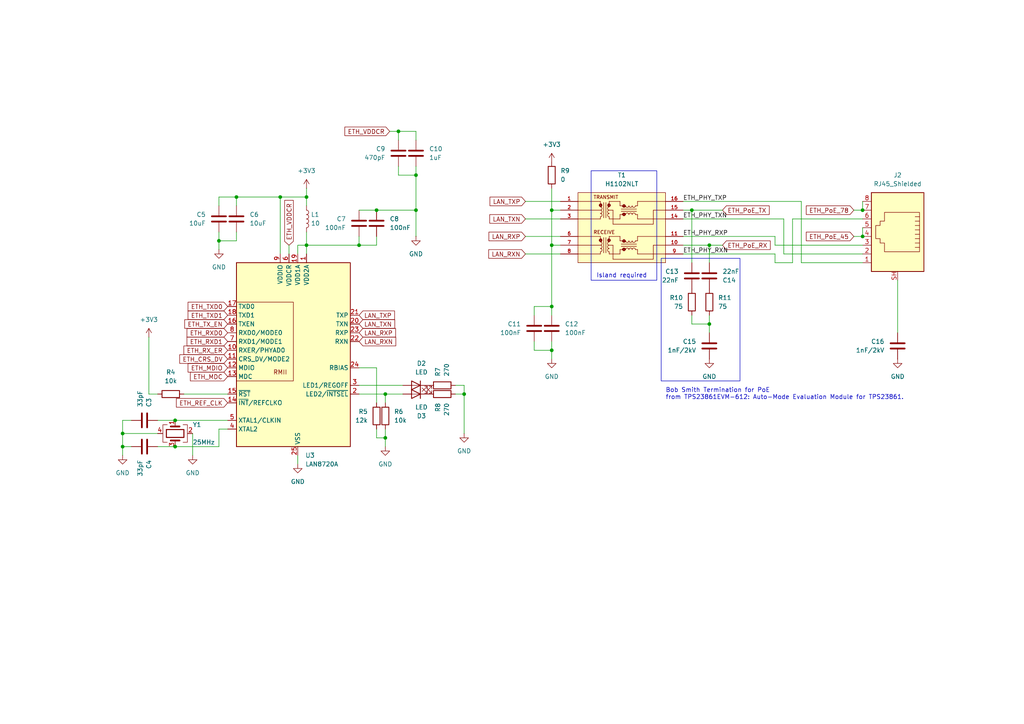
<source format=kicad_sch>
(kicad_sch (version 20231120) (generator "eeschema") (generator_version "8.0")
  (paper "A4")
  (lib_symbols
    (symbol "Connector:RJ45_Shielded" (pin_names (offset 1.016))
      (property "Reference" "J" (at -5.08 13.97 0))
      (property "Value" "RJ45_Shielded" (at 2.54 13.97 0))
      (symbol "RJ45_Shielded_0_1"
        (polyline (pts (xy -5.08 4.445) (xy -6.35 4.445)))
        (polyline (pts (xy -5.08 5.715) (xy -6.35 5.715)))
        (polyline (pts (xy -6.35 -3.175) (xy -5.08 -3.175) (xy -5.08 -3.175)))
        (polyline (pts (xy -6.35 -1.905) (xy -5.08 -1.905) (xy -5.08 -1.905)))
        (polyline (pts (xy -6.35 -0.635) (xy -5.08 -0.635) (xy -5.08 -0.635)))
        (polyline (pts (xy -6.35 0.635) (xy -5.08 0.635) (xy -5.08 0.635)))
        (polyline (pts (xy -6.35 1.905) (xy -5.08 1.905) (xy -5.08 1.905)))
        (polyline (pts (xy -5.08 3.175) (xy -6.35 3.175) (xy -6.35 3.175)))
        (polyline (pts (xy -6.35 -4.445) (xy -6.35 6.985) (xy 3.81 6.985) (xy 3.81 4.445) (xy 5.08 4.445) (xy 5.08 3.175) (xy 6.35 3.175) (xy 6.35 -0.635) (xy 5.08 -0.635) (xy 5.08 -1.905) (xy 3.81 -1.905) (xy 3.81 -4.445) (xy -6.35 -4.445) (xy -6.35 -4.445)))
        (rectangle (start 7.62 12.7) (end -7.62 -10.16) (stroke (width 0.254)) (fill (type background)))
      )
      (symbol "RJ45_Shielded_1_1"
        (pin passive line (at 10.16 -7.62 180) (length 2.54) (name "~") (number "1"))
        (pin passive line (at 10.16 -5.08 180) (length 2.54) (name "~") (number "2"))
        (pin passive line (at 10.16 -2.54 180) (length 2.54) (name "~") (number "3"))
        (pin passive line (at 10.16 0 180) (length 2.54) (name "~") (number "4"))
        (pin passive line (at 10.16 2.54 180) (length 2.54) (name "~") (number "5"))
        (pin passive line (at 10.16 5.08 180) (length 2.54) (name "~") (number "6"))
        (pin passive line (at 10.16 7.62 180) (length 2.54) (name "~") (number "7"))
        (pin passive line (at 10.16 10.16 180) (length 2.54) (name "~") (number "8"))
        (pin passive line (at 0 -12.7 90) (length 2.54) (name "~") (number "SH"))
      )
    )
    (symbol "Device:C" (pin_numbers hide) (pin_names (offset 0.254))
      (property "Reference" "C" (at 0.635 2.54 0))
      (property "Value" "C" (at 0.635 -2.54 0))
      (symbol "C_0_1"
        (polyline (pts (xy -2.032 -0.762) (xy 2.032 -0.762)) (stroke (width 0.508)))
        (polyline (pts (xy -2.032 0.762) (xy 2.032 0.762)) (stroke (width 0.508)))
      )
      (symbol "C_1_1"
        (pin passive line (at 0 3.81 270) (length 2.794) (name "~") (number "1"))
        (pin passive line (at 0 -3.81 90) (length 2.794) (name "~") (number "2"))
      )
    )
    (symbol "Device:Crystal_GND24" (pin_names (offset 1.016) hide)
      (property "Reference" "Y" (at 3.175 5.08 0))
      (property "Value" "Crystal_GND24" (at 3.175 3.175 0))
      (symbol "Crystal_GND24_0_1"
        (rectangle (start -1.143 2.54) (end 1.143 -2.54) (stroke (width 0.3048)))
        (polyline (pts (xy -2.54 0) (xy -2.032 0)))
        (polyline (pts (xy -2.032 -1.27) (xy -2.032 1.27)) (stroke (width 0.508)))
        (polyline (pts (xy 0 -3.81) (xy 0 -3.556)))
        (polyline (pts (xy 0 3.556) (xy 0 3.81)))
        (polyline (pts (xy 2.032 -1.27) (xy 2.032 1.27)) (stroke (width 0.508)))
        (polyline (pts (xy 2.032 0) (xy 2.54 0)))
        (polyline (pts (xy -2.54 -2.286) (xy -2.54 -3.556) (xy 2.54 -3.556) (xy 2.54 -2.286)))
        (polyline (pts (xy -2.54 2.286) (xy -2.54 3.556) (xy 2.54 3.556) (xy 2.54 2.286)))
      )
      (symbol "Crystal_GND24_1_1"
        (pin passive line (at -3.81 0 0) (length 1.27) (name "1") (number "1"))
        (pin passive line (at 0 5.08 270) (length 1.27) (name "2") (number "2"))
        (pin passive line (at 3.81 0 180) (length 1.27) (name "3") (number "3"))
        (pin passive line (at 0 -5.08 90) (length 1.27) (name "4") (number "4"))
      )
    )
    (symbol "Device:L" (pin_numbers hide) (pin_names (offset 1.016) hide)
      (property "Reference" "L" (at -1.27 0 90))
      (property "Value" "L" (at 1.905 0 90))
      (symbol "L_0_1"
        (arc (start 0 -2.54) (mid 0.6323 -1.905) (end 0 -1.27))
        (arc (start 0 -1.27) (mid 0.6323 -0.635) (end 0 0))
        (arc (start 0 0) (mid 0.6323 0.635) (end 0 1.27))
        (arc (start 0 1.27) (mid 0.6323 1.905) (end 0 2.54))
      )
      (symbol "L_1_1"
        (pin passive line (at 0 3.81 270) (length 1.27) (name "1") (number "1"))
        (pin passive line (at 0 -3.81 90) (length 1.27) (name "2") (number "2"))
      )
    )
    (symbol "Device:LED" (pin_numbers hide) (pin_names (offset 1.016) hide)
      (property "Reference" "D" (at 0 2.54 0))
      (property "Value" "LED" (at 0 -2.54 0))
      (symbol "LED_0_1"
        (polyline (pts (xy -1.27 -1.27) (xy -1.27 1.27)) (stroke (width 0.254)))
        (polyline (pts (xy -1.27 0) (xy 1.27 0)))
        (polyline (pts (xy 1.27 -1.27) (xy 1.27 1.27) (xy -1.27 0) (xy 1.27 -1.27)) (stroke (width 0.254)))
        (polyline (pts (xy -3.048 -0.762) (xy -4.572 -2.286) (xy -3.81 -2.286) (xy -4.572 -2.286) (xy -4.572 -1.524)))
        (polyline (pts (xy -1.778 -0.762) (xy -3.302 -2.286) (xy -2.54 -2.286) (xy -3.302 -2.286) (xy -3.302 -1.524)))
      )
      (symbol "LED_1_1"
        (pin passive line (at -3.81 0 0) (length 2.54) (name "K") (number "1"))
        (pin passive line (at 3.81 0 180) (length 2.54) (name "A") (number "2"))
      )
    )
    (symbol "Device:R" (pin_numbers hide) (pin_names (offset 0))
      (property "Reference" "R" (at 2.032 0 90))
      (property "Value" "R" (at 0 0 90))
      (symbol "R_0_1"
        (rectangle (start -1.016 -2.54) (end 1.016 2.54) (stroke (width 0.254)))
      )
      (symbol "R_1_1"
        (pin passive line (at 0 3.81 270) (length 1.27) (name "~") (number "1"))
        (pin passive line (at 0 -3.81 90) (length 1.27) (name "~") (number "2"))
      )
    )
    (symbol "H1102NLT:H1102NLT" (pin_names (offset 1.016))
      (property "Reference" "T" (at -12.7096 10.4854 0))
      (property "Value" "H1102NLT" (at -12.8763 -12.2404 0))
      (symbol "H1102NLT_0_0"
        (rectangle (start -12.7 -10.16) (end 12.7 10.16) (stroke (width 0.1524)) (fill (type background)))
        (arc (start -6.1913 -6.985) (mid -5.717 -6.5087) (end -6.1913 -6.0325) (stroke (width 0.1524)))
        (arc (start -6.1913 -6.0325) (mid -5.717 -5.5562) (end -6.1913 -5.08) (stroke (width 0.1524)))
        (arc (start -6.1913 -5.08) (mid -5.717 -4.6037) (end -6.1913 -4.1275) (stroke (width 0.1524)))
        (arc (start -6.1913 -4.1275) (mid -5.717 -3.6512) (end -6.1913 -3.175) (stroke (width 0.1524)))
        (circle (center -6.1913 -3.6513) (radius 0.0762) (stroke (width 0.381)))
        (arc (start -6.1913 3.175) (mid -5.7171 3.6512) (end -6.1913 4.1275) (stroke (width 0.1524)))
        (arc (start -6.1913 4.1275) (mid -5.7171 4.6037) (end -6.1913 5.08) (stroke (width 0.1524)))
        (arc (start -6.1913 5.08) (mid -5.7171 5.5562) (end -6.1913 6.0325) (stroke (width 0.1524)))
        (arc (start -6.1913 6.0325) (mid -5.7171 6.5087) (end -6.1913 6.985) (stroke (width 0.1524)))
        (circle (center -6.1913 6.5088) (radius 0.0762) (stroke (width 0.381)))
        (arc (start -3.6513 -6.0325) (mid -4.1254 -6.5087) (end -3.6513 -6.985) (stroke (width 0.1524)))
        (arc (start -3.6513 -5.08) (mid -4.1254 -5.5562) (end -3.6513 -6.0325) (stroke (width 0.1524)))
        (arc (start -3.6513 -4.1275) (mid -4.1254 -4.6037) (end -3.6513 -5.08) (stroke (width 0.1524)))
        (circle (center -3.6513 -3.6513) (radius 0.0762) (stroke (width 0.381)))
        (arc (start -3.6513 -3.175) (mid -4.1254 -3.6512) (end -3.6513 -4.1275) (stroke (width 0.1524)))
        (arc (start -3.6513 4.1275) (mid -4.1255 3.6512) (end -3.6513 3.175) (stroke (width 0.1524)))
        (arc (start -3.6513 5.08) (mid -4.1255 4.6037) (end -3.6513 4.1275) (stroke (width 0.1524)))
        (arc (start -3.6513 6.0325) (mid -4.1255 5.5562) (end -3.6513 5.08) (stroke (width 0.1524)))
        (circle (center -3.6513 6.5088) (radius 0.0762) (stroke (width 0.381)))
        (arc (start -3.6513 6.985) (mid -4.1255 6.5087) (end -3.6513 6.0325) (stroke (width 0.1524)))
        (polyline (pts (xy -12.6365 -7.62) (xy -6.1913 -7.62)) (stroke (width 0.1524)))
        (polyline (pts (xy -12.6365 -5.08) (xy -6.1913 -5.08)) (stroke (width 0.1524)))
        (polyline (pts (xy -12.6365 -2.54) (xy -6.1913 -2.54)) (stroke (width 0.1524)))
        (polyline (pts (xy -12.6365 2.54) (xy -6.1913 2.54)) (stroke (width 0.1524)))
        (polyline (pts (xy -12.6365 5.08) (xy -6.1913 5.08)) (stroke (width 0.1524)))
        (polyline (pts (xy -12.6365 7.62) (xy -6.1913 7.62)) (stroke (width 0.1524)))
        (polyline (pts (xy -6.1913 -7.62) (xy -6.1913 -6.985)) (stroke (width 0.1524)))
        (polyline (pts (xy -6.1913 -2.54) (xy -6.1913 -3.175)) (stroke (width 0.1524)))
        (polyline (pts (xy -6.1913 2.54) (xy -6.1913 3.175)) (stroke (width 0.1524)))
        (polyline (pts (xy -6.1913 7.62) (xy -6.1913 6.985)) (stroke (width 0.1524)))
        (polyline (pts (xy -5.2387 -2.8575) (xy -5.2387 -7.3025)) (stroke (width 0.1524)))
        (polyline (pts (xy -5.2387 7.3025) (xy -5.2387 2.8575)) (stroke (width 0.1524)))
        (polyline (pts (xy -4.6038 -2.8575) (xy -4.6038 -7.3025)) (stroke (width 0.1524)))
        (polyline (pts (xy -4.6038 7.3025) (xy -4.6038 2.8575)) (stroke (width 0.1524)))
        (polyline (pts (xy -3.81 -5.08) (xy -2.54 -5.08)) (stroke (width 0.1524)))
        (polyline (pts (xy -3.81 5.08) (xy -2.54 5.08)) (stroke (width 0.1524)))
        (polyline (pts (xy -3.6513 -7.62) (xy -3.6513 -6.985)) (stroke (width 0.1524)))
        (polyline (pts (xy -3.6513 -2.54) (xy -3.6513 -3.175)) (stroke (width 0.1524)))
        (polyline (pts (xy -3.6513 2.54) (xy -3.6513 3.175)) (stroke (width 0.1524)))
        (polyline (pts (xy -3.6513 7.62) (xy -3.6513 6.985)) (stroke (width 0.1524)))
        (polyline (pts (xy -2.54 -9.144) (xy 9.144 -9.144)) (stroke (width 0.1524)))
        (polyline (pts (xy -2.54 -5.08) (xy -2.54 -9.144)) (stroke (width 0.1524)))
        (polyline (pts (xy -2.54 1.016) (xy 9.144 1.016)) (stroke (width 0.1524)))
        (polyline (pts (xy -2.54 5.08) (xy -2.54 1.016)) (stroke (width 0.1524)))
        (polyline (pts (xy -0.508 -7.62) (xy -3.6513 -7.62)) (stroke (width 0.1524)))
        (polyline (pts (xy -0.508 -6.35) (xy -0.508 -7.62)) (stroke (width 0.1524)))
        (polyline (pts (xy -0.508 -6.35) (xy 0.1588 -6.35)) (stroke (width 0.1524)))
        (polyline (pts (xy -0.508 -3.81) (xy -0.508 -2.54)) (stroke (width 0.1524)))
        (polyline (pts (xy -0.508 -2.54) (xy -3.6513 -2.54)) (stroke (width 0.1524)))
        (polyline (pts (xy -0.508 2.54) (xy -3.6513 2.54)) (stroke (width 0.1524)))
        (polyline (pts (xy -0.508 3.81) (xy -0.508 2.54)) (stroke (width 0.1524)))
        (polyline (pts (xy -0.508 3.81) (xy 0.1588 3.81)) (stroke (width 0.1524)))
        (polyline (pts (xy -0.508 6.35) (xy -0.508 7.62)) (stroke (width 0.1524)))
        (polyline (pts (xy -0.508 7.62) (xy -3.6513 7.62)) (stroke (width 0.1524)))
        (polyline (pts (xy -0.1588 -5.3975) (xy 4.2863 -5.3975)) (stroke (width 0.1524)))
        (polyline (pts (xy -0.1588 -4.7625) (xy 4.2863 -4.7625)) (stroke (width 0.1524)))
        (polyline (pts (xy -0.1588 4.7625) (xy 4.2863 4.7625)) (stroke (width 0.1524)))
        (polyline (pts (xy -0.1588 5.3975) (xy 4.2863 5.3975)) (stroke (width 0.1524)))
        (polyline (pts (xy 0.1588 -3.81) (xy -0.508 -3.81)) (stroke (width 0.1524)))
        (polyline (pts (xy 0.1588 6.35) (xy -0.508 6.35)) (stroke (width 0.1524)))
        (polyline (pts (xy 4.572 -7.62) (xy 4.572 -6.35)) (stroke (width 0.1524)))
        (polyline (pts (xy 4.572 -6.35) (xy 3.9688 -6.35)) (stroke (width 0.1524)))
        (polyline (pts (xy 4.572 -3.81) (xy 3.9688 -3.81)) (stroke (width 0.1524)))
        (polyline (pts (xy 4.572 -3.81) (xy 4.572 -2.54)) (stroke (width 0.1524)))
        (polyline (pts (xy 4.572 2.54) (xy 4.572 3.81)) (stroke (width 0.1524)))
        (polyline (pts (xy 4.572 3.81) (xy 3.9688 3.81)) (stroke (width 0.1524)))
        (polyline (pts (xy 4.572 6.35) (xy 3.9688 6.35)) (stroke (width 0.1524)))
        (polyline (pts (xy 4.572 6.35) (xy 4.572 7.62)) (stroke (width 0.1524)))
        (polyline (pts (xy 9.144 -9.144) (xy 9.144 -5.08)) (stroke (width 0.1524)))
        (polyline (pts (xy 9.144 -5.08) (xy 12.7 -5.08)) (stroke (width 0.1524)))
        (polyline (pts (xy 9.144 1.016) (xy 9.144 5.08)) (stroke (width 0.1524)))
        (polyline (pts (xy 9.144 5.08) (xy 12.7 5.08)) (stroke (width 0.1524)))
        (polyline (pts (xy 12.7 -7.62) (xy 4.572 -7.62)) (stroke (width 0.1524)))
        (polyline (pts (xy 12.7 -2.54) (xy 4.572 -2.54)) (stroke (width 0.1524)))
        (polyline (pts (xy 12.7 2.54) (xy 4.572 2.54)) (stroke (width 0.1524)))
        (polyline (pts (xy 12.7 7.62) (xy 4.572 7.62)) (stroke (width 0.1524)))
        (arc (start 0.1588 -3.81) (mid 0.635 -4.2841) (end 1.1113 -3.81) (stroke (width 0.1524)))
        (arc (start 0.1588 6.35) (mid 0.635 5.8758) (end 1.1113 6.35) (stroke (width 0.1524)))
        (circle (center 0.635 -6.35) (radius 0.0762) (stroke (width 0.381)))
        (circle (center 0.635 -3.81) (radius 0.0762) (stroke (width 0.381)))
        (circle (center 0.635 3.81) (radius 0.0762) (stroke (width 0.381)))
        (circle (center 0.635 6.35) (radius 0.0762) (stroke (width 0.381)))
        (arc (start 1.1113 -6.35) (mid 0.635 -5.8757) (end 0.1588 -6.35) (stroke (width 0.1524)))
        (arc (start 1.1113 -3.81) (mid 1.5875 -4.2841) (end 2.0638 -3.81) (stroke (width 0.1524)))
        (arc (start 1.1113 3.81) (mid 0.635 4.2842) (end 0.1588 3.81) (stroke (width 0.1524)))
        (arc (start 1.1113 6.35) (mid 1.5875 5.8758) (end 2.0638 6.35) (stroke (width 0.1524)))
        (arc (start 2.0638 -6.35) (mid 1.5875 -5.8757) (end 1.1113 -6.35) (stroke (width 0.1524)))
        (arc (start 2.0638 -3.81) (mid 2.54 -4.2841) (end 3.0163 -3.81) (stroke (width 0.1524)))
        (arc (start 2.0638 3.81) (mid 1.5875 4.2842) (end 1.1113 3.81) (stroke (width 0.1524)))
        (arc (start 2.0638 6.35) (mid 2.54 5.8758) (end 3.0163 6.35) (stroke (width 0.1524)))
        (arc (start 3.0163 -6.35) (mid 2.54 -5.8757) (end 2.0638 -6.35) (stroke (width 0.1524)))
        (arc (start 3.0163 -3.81) (mid 3.4925 -4.2841) (end 3.9688 -3.81) (stroke (width 0.1524)))
        (arc (start 3.0163 3.81) (mid 2.54 4.2842) (end 2.0638 3.81) (stroke (width 0.1524)))
        (arc (start 3.0163 6.35) (mid 3.4925 5.8758) (end 3.9688 6.35) (stroke (width 0.1524)))
        (arc (start 3.9688 -6.35) (mid 3.4925 -5.8757) (end 3.0163 -6.35) (stroke (width 0.1524)))
        (arc (start 3.9688 3.81) (mid 3.4925 4.2842) (end 3.0163 3.81) (stroke (width 0.1524)))
        (text "RECEIVE" (at -8.2696 -1.9084 0) (effects (font (size 1.0178 1.0178)) (justify left bottom)))
        (text "TRANSMIT" (at -8.2613 8.2613 0) (effects (font (size 1.0168 1.0168)) (justify left bottom)))
        (pin passive line (at -17.78 7.62 0) (length 5.08) (name "~") (number "1"))
        (pin passive line (at 17.78 -5.08 180) (length 5.08) (name "~") (number "10"))
        (pin passive line (at 17.78 -2.54 180) (length 5.08) (name "~") (number "11"))
        (pin passive line (at 17.78 2.54 180) (length 5.08) (name "~") (number "14"))
        (pin passive line (at 17.78 5.08 180) (length 5.08) (name "~") (number "15"))
        (pin passive line (at 17.78 7.62 180) (length 5.08) (name "~") (number "16"))
        (pin passive line (at -17.78 5.08 0) (length 5.08) (name "~") (number "2"))
        (pin passive line (at -17.78 2.54 0) (length 5.08) (name "~") (number "3"))
        (pin passive line (at -17.78 -2.54 0) (length 5.08) (name "~") (number "6"))
        (pin passive line (at -17.78 -5.08 0) (length 5.08) (name "~") (number "7"))
        (pin passive line (at -17.78 -7.62 0) (length 5.08) (name "~") (number "8"))
        (pin passive line (at 17.78 -7.62 180) (length 5.08) (name "~") (number "9"))
      )
    )
    (symbol "Interface_Ethernet:LAN8720A"
      (property "Reference" "U" (at -13.97 29.21 0))
      (property "Value" "LAN8720A" (at 15.24 29.21 0))
      (symbol "LAN8720A_0_0"
        (text "RMII" (at -5.08 -3.81 0) (effects (font (size 1.27 1.27))))
      )
      (symbol "LAN8720A_0_1"
        (rectangle (start -17.78 27.94) (end 15.24 -25.4) (stroke (width 0.254)) (fill (type background)))
        (polyline (pts (xy -17.78 -6.35) (xy -1.27 -6.35) (xy -1.27 16.51) (xy -17.78 16.51)))
      )
      (symbol "LAN8720A_1_1"
        (pin power_in line (at 2.54 30.48 270) (length 2.54) (name "VDD2A") (number "1"))
        (pin output line (at -20.32 2.54 0) (length 2.54) (name "RXER/PHYAD0") (number "10"))
        (pin bidirectional line (at -20.32 0 0) (length 2.54) (name "CRS_DV/MODE2") (number "11"))
        (pin bidirectional line (at -20.32 -2.54 0) (length 2.54) (name "MDIO") (number "12"))
        (pin input line (at -20.32 -5.08 0) (length 2.54) (name "MDC") (number "13"))
        (pin output line (at -20.32 -12.7 0) (length 2.54) (name "~{INT}/REFCLKO") (number "14"))
        (pin input line (at -20.32 -10.16 0) (length 2.54) (name "~{RST}") (number "15"))
        (pin input line (at -20.32 10.16 0) (length 2.54) (name "TXEN") (number "16"))
        (pin input line (at -20.32 15.24 0) (length 2.54) (name "TXD0") (number "17"))
        (pin input line (at -20.32 12.7 0) (length 2.54) (name "TXD1") (number "18"))
        (pin power_in line (at 0 30.48 270) (length 2.54) (name "VDD1A") (number "19"))
        (pin bidirectional line (at 17.78 -10.16 180) (length 2.54) (name "LED2/~{INTSEL}") (number "2"))
        (pin bidirectional line (at 17.78 10.16 180) (length 2.54) (name "TXN") (number "20"))
        (pin bidirectional line (at 17.78 12.7 180) (length 2.54) (name "TXP") (number "21"))
        (pin bidirectional line (at 17.78 5.08 180) (length 2.54) (name "RXN") (number "22"))
        (pin bidirectional line (at 17.78 7.62 180) (length 2.54) (name "RXP") (number "23"))
        (pin passive line (at 17.78 -2.54 180) (length 2.54) (name "RBIAS") (number "24"))
        (pin power_in line (at 0 -27.94 90) (length 2.54) (name "VSS") (number "25"))
        (pin bidirectional line (at 17.78 -7.62 180) (length 2.54) (name "LED1/REGOFF") (number "3"))
        (pin output line (at -20.32 -20.32 0) (length 2.54) (name "XTAL2") (number "4"))
        (pin input line (at -20.32 -17.78 0) (length 2.54) (name "XTAL1/CLKIN") (number "5"))
        (pin power_in line (at -2.54 30.48 270) (length 2.54) (name "VDDCR") (number "6"))
        (pin bidirectional line (at -20.32 5.08 0) (length 2.54) (name "RXD1/MODE1") (number "7"))
        (pin bidirectional line (at -20.32 7.62 0) (length 2.54) (name "RXD0/MODE0") (number "8"))
        (pin power_in line (at -5.08 30.48 270) (length 2.54) (name "VDDIO") (number "9"))
      )
    )
    (symbol "power:+3V3" (power) (pin_numbers hide) (pin_names (offset 0) hide)
      (property "Value" "+3V3" (at 0 3.556 0))
      (symbol "+3V3_0_1"
        (polyline (pts (xy -0.762 1.27) (xy 0 2.54)))
        (polyline (pts (xy 0 0) (xy 0 2.54)))
        (polyline (pts (xy 0 2.54) (xy 0.762 1.27)))
      )
      (symbol "+3V3_1_1"
        (pin power_in line (at 0 0 90) (length 0) (name "~") (number "1"))
      )
    )
    (symbol "power:GND" (power) (pin_numbers hide) (pin_names (offset 0) hide)
      (property "Value" "GND" (at 0 -3.81 0))
      (symbol "GND_0_1"
        (polyline (pts (xy 0 0) (xy 0 -1.27) (xy 1.27 -1.27) (xy 0 -2.54) (xy -1.27 -1.27) (xy 0 -1.27)))
      )
      (symbol "GND_1_1"
        (pin power_in line (at 0 0 270) (length 0) (name "~") (number "1"))
      )
    )
  )
  (junction (at 160.02 71.12))
  (junction (at 205.74 71.12))
  (junction (at 109.22 60.96))
  (junction (at 205.74 93.98))
  (junction (at 250.19 68.58))
  (junction (at 115.57 38.1))
  (junction (at 81.28 57.15))
  (junction (at 50.8 129.54))
  (junction (at 120.65 50.8))
  (junction (at 50.8 121.92))
  (junction (at 104.14 71.12))
  (junction (at 35.56 125.73))
  (junction (at 88.9 57.15))
  (junction (at 88.9 71.12))
  (junction (at 120.65 60.96))
  (junction (at 63.5 69.85))
  (junction (at 160.02 60.96))
  (junction (at 160.02 101.6))
  (junction (at 68.58 57.15))
  (junction (at 111.76 114.3))
  (junction (at 111.76 127))
  (junction (at 134.62 114.3))
  (junction (at 35.56 129.54))
  (junction (at 250.19 60.96))
  (junction (at 160.02 88.9))
  (junction (at 200.66 60.96))
  (wire (pts (xy 224.79 73.66) (xy 224.79 76.2)))
  (wire (pts (xy 224.79 71.12) (xy 250.19 71.12)))
  (wire (pts (xy 209.55 60.96) (xy 200.66 60.96)))
  (wire (pts (xy 109.22 127) (xy 111.76 127)))
  (wire (pts (xy 104.14 68.58) (xy 104.14 71.12)))
  (wire (pts (xy 63.5 57.15) (xy 68.58 57.15)))
  (wire (pts (xy 55.88 125.73) (xy 55.88 132.08)))
  (wire (pts (xy 86.36 71.12) (xy 86.36 73.66)))
  (wire (pts (xy 104.14 111.76) (xy 116.84 111.76)))
  (wire (pts (xy 198.12 63.5) (xy 227.33 63.5)))
  (wire (pts (xy 109.22 60.96) (xy 104.14 60.96)))
  (wire (pts (xy 205.74 93.98) (xy 205.74 96.52)))
  (wire (pts (xy 115.57 38.1) (xy 120.65 38.1)))
  (wire (pts (xy 63.5 69.85) (xy 68.58 69.85)))
  (wire (pts (xy 198.12 71.12) (xy 205.74 71.12)))
  (wire (pts (xy 63.5 124.46) (xy 63.5 129.54)))
  (wire (pts (xy 35.56 129.54) (xy 38.1 129.54)))
  (wire (pts (xy 198.12 68.58) (xy 224.79 68.58)))
  (wire (pts (xy 224.79 76.2) (xy 229.87 76.2)))
  (wire (pts (xy 109.22 60.96) (xy 120.65 60.96)))
  (wire (pts (xy 120.65 68.58) (xy 120.65 60.96)))
  (wire (pts (xy 134.62 111.76) (xy 134.62 114.3)))
  (wire (pts (xy 160.02 104.14) (xy 160.02 101.6)))
  (wire (pts (xy 200.66 93.98) (xy 205.74 93.98)))
  (wire (pts (xy 81.28 57.15) (xy 88.9 57.15)))
  (wire (pts (xy 83.82 71.12) (xy 83.82 73.66)))
  (wire (pts (xy 68.58 59.69) (xy 68.58 57.15)))
  (wire (pts (xy 88.9 57.15) (xy 88.9 59.69)))
  (wire (pts (xy 232.41 76.2) (xy 250.19 76.2)))
  (wire (pts (xy 63.5 72.39) (xy 63.5 69.85)))
  (wire (pts (xy 134.62 114.3) (xy 134.62 125.73)))
  (wire (pts (xy 111.76 129.54) (xy 111.76 127)))
  (wire (pts (xy 111.76 116.84) (xy 111.76 114.3)))
  (wire (pts (xy 35.56 132.08) (xy 35.56 129.54)))
  (wire (pts (xy 205.74 91.44) (xy 205.74 93.98)))
  (wire (pts (xy 81.28 57.15) (xy 81.28 73.66)))
  (wire (pts (xy 35.56 125.73) (xy 35.56 121.92)))
  (wire (pts (xy 227.33 63.5) (xy 227.33 73.66)))
  (wire (pts (xy 43.18 97.79) (xy 43.18 114.3)))
  (wire (pts (xy 200.66 60.96) (xy 200.66 76.2)))
  (wire (pts (xy 198.12 58.42) (xy 232.41 58.42)))
  (wire (pts (xy 88.9 54.61) (xy 88.9 57.15)))
  (wire (pts (xy 247.65 68.58) (xy 250.19 68.58)))
  (wire (pts (xy 111.76 127) (xy 111.76 124.46)))
  (wire (pts (xy 227.33 73.66) (xy 250.19 73.66)))
  (wire (pts (xy 152.4 63.5) (xy 162.56 63.5)))
  (wire (pts (xy 160.02 91.44) (xy 160.02 88.9)))
  (wire (pts (xy 111.76 114.3) (xy 104.14 114.3)))
  (wire (pts (xy 66.04 124.46) (xy 63.5 124.46)))
  (wire (pts (xy 45.72 121.92) (xy 50.8 121.92)))
  (wire (pts (xy 109.22 71.12) (xy 104.14 71.12)))
  (wire (pts (xy 86.36 134.62) (xy 86.36 132.08)))
  (wire (pts (xy 120.65 50.8) (xy 120.65 60.96)))
  (wire (pts (xy 35.56 125.73) (xy 45.72 125.73)))
  (wire (pts (xy 63.5 59.69) (xy 63.5 57.15)))
  (wire (pts (xy 160.02 101.6) (xy 160.02 99.06)))
  (wire (pts (xy 111.76 114.3) (xy 116.84 114.3)))
  (wire (pts (xy 134.62 114.3) (xy 132.08 114.3)))
  (wire (pts (xy 154.94 101.6) (xy 154.94 99.06)))
  (wire (pts (xy 53.34 114.3) (xy 66.04 114.3)))
  (wire (pts (xy 198.12 73.66) (xy 224.79 73.66)))
  (wire (pts (xy 68.58 57.15) (xy 81.28 57.15)))
  (wire (pts (xy 68.58 69.85) (xy 68.58 67.31)))
  (wire (pts (xy 35.56 125.73) (xy 35.56 129.54)))
  (wire (pts (xy 250.19 66.04) (xy 250.19 68.58)))
  (wire (pts (xy 160.02 101.6) (xy 154.94 101.6)))
  (wire (pts (xy 200.66 93.98) (xy 200.66 91.44)))
  (wire (pts (xy 88.9 71.12) (xy 104.14 71.12)))
  (wire (pts (xy 205.74 71.12) (xy 209.55 71.12)))
  (wire (pts (xy 120.65 48.26) (xy 120.65 50.8)))
  (wire (pts (xy 160.02 54.61) (xy 160.02 60.96)))
  (wire (pts (xy 50.8 121.92) (xy 66.04 121.92)))
  (wire (pts (xy 109.22 106.68) (xy 104.14 106.68)))
  (wire (pts (xy 260.35 81.28) (xy 260.35 96.52)))
  (wire (pts (xy 224.79 68.58) (xy 224.79 71.12)))
  (wire (pts (xy 232.41 58.42) (xy 232.41 76.2)))
  (wire (pts (xy 45.72 129.54) (xy 50.8 129.54)))
  (wire (pts (xy 109.22 68.58) (xy 109.22 71.12)))
  (wire (pts (xy 45.72 114.3) (xy 43.18 114.3)))
  (wire (pts (xy 132.08 111.76) (xy 134.62 111.76)))
  (wire (pts (xy 160.02 60.96) (xy 160.02 71.12)))
  (wire (pts (xy 160.02 71.12) (xy 162.56 71.12)))
  (wire (pts (xy 229.87 63.5) (xy 250.19 63.5)))
  (wire (pts (xy 115.57 50.8) (xy 120.65 50.8)))
  (wire (pts (xy 109.22 124.46) (xy 109.22 127)))
  (wire (pts (xy 35.56 121.92) (xy 38.1 121.92)))
  (wire (pts (xy 152.4 73.66) (xy 162.56 73.66)))
  (wire (pts (xy 86.36 71.12) (xy 88.9 71.12)))
  (wire (pts (xy 115.57 38.1) (xy 115.57 40.64)))
  (wire (pts (xy 250.19 58.42) (xy 250.19 60.96)))
  (wire (pts (xy 63.5 67.31) (xy 63.5 69.85)))
  (wire (pts (xy 247.65 60.96) (xy 250.19 60.96)))
  (wire (pts (xy 152.4 68.58) (xy 162.56 68.58)))
  (wire (pts (xy 63.5 129.54) (xy 50.8 129.54)))
  (wire (pts (xy 88.9 71.12) (xy 88.9 73.66)))
  (wire (pts (xy 229.87 76.2) (xy 229.87 63.5)))
  (wire (pts (xy 154.94 91.44) (xy 154.94 88.9)))
  (wire (pts (xy 160.02 60.96) (xy 162.56 60.96)))
  (wire (pts (xy 109.22 116.84) (xy 109.22 106.68)))
  (wire (pts (xy 152.4 58.42) (xy 162.56 58.42)))
  (wire (pts (xy 154.94 88.9) (xy 160.02 88.9)))
  (wire (pts (xy 160.02 71.12) (xy 160.02 88.9)))
  (wire (pts (xy 120.65 38.1) (xy 120.65 40.64)))
  (wire (pts (xy 88.9 71.12) (xy 88.9 67.31)))
  (wire (pts (xy 115.57 48.26) (xy 115.57 50.8)))
  (wire (pts (xy 205.74 71.12) (xy 205.74 76.2)))
  (wire (pts (xy 113.03 38.1) (xy 115.57 38.1)))
  (wire (pts (xy 200.66 60.96) (xy 198.12 60.96)))
  (rectangle (start 171.45 49.53) (end 190.5 81.28))
  (rectangle (start 191.77 74.93) (end 214.63 110.49))
  (text "Bob Smith Termination for PoE\nfrom TPS23861EVM-612: Auto-Mode Evaluation Module for TPS23861." (at 193.04 114.3 0) (effects (font (size 1.27 1.27)) (justify left)))
  (text "Island required" (at 180.34 80.01 0) (effects (font (size 1.27 1.27))))
  (label "ETH_PHY_TXP" (at 198.12 58.42 0))
  (label "ETH_PHY_RXP" (at 198.12 68.58 0))
  (label "ETH_PHY_RXN" (at 198.12 73.66 0))
  (label "ETH_PHY_TXN" (at 198.12 63.5 0))
  (global_label "ETH_PoE_45" (shape input) (at 247.65 68.58 180) (property "Intersheetrefs" "${INTERSHEET_REFS}" (effects (hide yes))))
  (global_label "LAN_RXN" (shape input) (at 104.14 99.06 0) (property "Intersheetrefs" "${INTERSHEET_REFS}" (effects (hide yes))))
  (global_label "ETH_CRS_DV" (shape input) (at 66.04 104.14 180) (property "Intersheetrefs" "${INTERSHEET_REFS}" (effects (hide yes))))
  (global_label "LAN_TXN" (shape input) (at 152.4 63.5 180) (property "Intersheetrefs" "${INTERSHEET_REFS}" (effects (hide yes))))
  (global_label "ETH_VDDCR" (shape input) (at 83.82 71.12 90) (property "Intersheetrefs" "${INTERSHEET_REFS}" (effects (hide yes))))
  (global_label "ETH_REF_CLK" (shape input) (at 66.04 116.84 180) (property "Intersheetrefs" "${INTERSHEET_REFS}" (effects (hide yes))))
  (global_label "ETH_RXD1" (shape input) (at 66.04 99.06 180) (property "Intersheetrefs" "${INTERSHEET_REFS}" (effects (hide yes))))
  (global_label "ETH_PoE_78" (shape input) (at 247.65 60.96 180) (property "Intersheetrefs" "${INTERSHEET_REFS}" (effects (hide yes))))
  (global_label "ETH_RX_ER" (shape input) (at 66.04 101.6 180) (property "Intersheetrefs" "${INTERSHEET_REFS}" (effects (hide yes))))
  (global_label "ETH_MDIO" (shape input) (at 66.04 106.68 180) (property "Intersheetrefs" "${INTERSHEET_REFS}" (effects (hide yes))))
  (global_label "LAN_RXN" (shape input) (at 152.4 73.66 180) (property "Intersheetrefs" "${INTERSHEET_REFS}" (effects (hide yes))))
  (global_label "ETH_VDDCR" (shape input) (at 113.03 38.1 180) (property "Intersheetrefs" "${INTERSHEET_REFS}" (effects (hide yes))))
  (global_label "LAN_RXP" (shape input) (at 104.14 96.52 0) (property "Intersheetrefs" "${INTERSHEET_REFS}" (effects (hide yes))))
  (global_label "ETH_TXD1" (shape input) (at 66.04 91.44 180) (property "Intersheetrefs" "${INTERSHEET_REFS}" (effects (hide yes))))
  (global_label "LAN_TXN" (shape input) (at 104.14 93.98 0) (property "Intersheetrefs" "${INTERSHEET_REFS}" (effects (hide yes))))
  (global_label "ETH_RXD0" (shape input) (at 66.04 96.52 180) (property "Intersheetrefs" "${INTERSHEET_REFS}" (effects (hide yes))))
  (global_label "LAN_RXP" (shape input) (at 152.4 68.58 180) (property "Intersheetrefs" "${INTERSHEET_REFS}" (effects (hide yes))))
  (global_label "ETH_PoE_RX" (shape input) (at 209.55 71.12 0) (property "Intersheetrefs" "${INTERSHEET_REFS}" (effects (hide yes))))
  (global_label "ETH_TXD0" (shape input) (at 66.04 88.9 180) (property "Intersheetrefs" "${INTERSHEET_REFS}" (effects (hide yes))))
  (global_label "ETH_PoE_TX" (shape input) (at 209.55 60.96 0) (property "Intersheetrefs" "${INTERSHEET_REFS}" (effects (hide yes))))
  (global_label "ETH_MDC" (shape input) (at 66.04 109.22 180) (property "Intersheetrefs" "${INTERSHEET_REFS}" (effects (hide yes))))
  (global_label "LAN_TXP" (shape input) (at 152.4 58.42 180) (property "Intersheetrefs" "${INTERSHEET_REFS}" (effects (hide yes))))
  (global_label "LAN_TXP" (shape input) (at 104.14 91.44 0) (property "Intersheetrefs" "${INTERSHEET_REFS}" (effects (hide yes))))
  (global_label "ETH_TX_EN" (shape input) (at 66.04 93.98 180) (property "Intersheetrefs" "${INTERSHEET_REFS}" (effects (hide yes))))
  (symbol (lib_id "H1102NLT:H1102NLT") (at 180.34 66.04 0) (unit 1)
    (property "Reference" "T1" (at 180.34 50.8 0))
    (property "Value" "H1102NLT" (at 180.34 53.34 0))
    (property "Footprint" "H1102NLT_footprint:XFMR_H1102NLT" (effects (hide yes)))
    (property "STNADARD" "Manufacturer Recommendation" (effects (hide yes)))
    (property "MF" "Pulse Electronics" (effects (hide yes)))
    (property "Description_1" "\n- Isolation and Data Interface (Encapsulated) Pulse Transformer 1:1 Transmitter, 1:1 Receiver Surface Mount\n" (effects (hide yes)))
    (property "Package" "None" (effects (hide yes)))
    (property "Price" "None" (effects (hide yes)))
    (property "Check_prices" "https://www.snapeda.com/parts/H1102NL/Pulse+Electronics+Network/view-part/?ref=eda" (effects (hide yes)))
    (property "PARTREV" "NA" (effects (hide yes)))
    (property "SnapEDA_Link" "https://www.snapeda.com/parts/H1102NL/Pulse+Electronics+Network/view-part/?ref=snap" (effects (hide yes)))
    (property "MP" "H1102NL" (effects (hide yes)))
    (property "Availability" "In Stock" (effects (hide yes)))
    (property "MANUFACTURER" "Pulse Electronics" (effects (hide yes)))
  )
  (symbol (lib_id "power:GND") (at 111.76 129.54 0) (mirror y) (unit 1)
    (property "Reference" "#PWR013" (effects (hide yes)))
    (property "Value" "GND" (at 111.76 134.62 0))
    (property "Description" "Power symbol creates a global label with name \"GND\" , ground" (effects (hide yes)))
  )
  (symbol (lib_id "power:+3V3") (at 160.02 46.99 0) (unit 1)
    (property "Reference" "#PWR016" (effects (hide yes)))
    (property "Value" "+3V3" (at 160.02 41.91 0))
    (property "Description" "Power symbol creates a global label with name \"+3V3\"" (effects (hide yes)))
  )
  (symbol (lib_id "power:GND") (at 160.02 104.14 0) (unit 1)
    (property "Reference" "#PWR017" (effects (hide yes)))
    (property "Value" "GND" (at 160.02 109.22 0))
    (property "Description" "Power symbol creates a global label with name \"GND\" , ground" (effects (hide yes)))
  )
  (symbol (lib_id "Device:R") (at 109.22 120.65 0) (mirror y) (unit 1)
    (property "Reference" "R5" (at 106.68 119.3799 0) (effects (justify left)))
    (property "Value" "12k" (at 106.68 121.9199 0) (effects (justify left)))
    (property "Footprint" "Resistor_SMD:R_0603_1608Metric" (effects (hide yes)))
    (property "Description" "Resistor" (effects (hide yes)))
  )
  (symbol (lib_id "Device:C") (at 63.5 63.5 0) (mirror y) (unit 1)
    (property "Reference" "C5" (at 59.69 62.2299 0) (effects (justify left)))
    (property "Value" "10uF" (at 59.69 64.7699 0) (effects (justify left)))
    (property "Footprint" "Capacitor_SMD:C_0603_1608Metric" (effects (hide yes)))
    (property "Description" "Unpolarized capacitor" (effects (hide yes)))
  )
  (symbol (lib_id "Device:R") (at 49.53 114.3 90) (unit 1)
    (property "Reference" "R4" (at 49.53 107.95 90))
    (property "Value" "10k" (at 49.53 110.49 90))
    (property "Footprint" "Resistor_SMD:R_0603_1608Metric" (effects (hide yes)))
    (property "Description" "Resistor" (effects (hide yes)))
  )
  (symbol (lib_id "Device:C") (at 200.66 80.01 0) (mirror y) (unit 1)
    (property "Reference" "C13" (at 196.85 78.7399 0) (effects (justify left)))
    (property "Value" "22nF" (at 196.85 81.2799 0) (effects (justify left)))
    (property "Footprint" "Capacitor_SMD:C_0603_1608Metric" (effects (hide yes)))
    (property "Description" "Unpolarized capacitor" (effects (hide yes)))
  )
  (symbol (lib_id "Device:L") (at 88.9 63.5 0) (unit 1)
    (property "Reference" "L1" (at 90.17 62.2299 0) (effects (justify left)))
    (property "Value" "10" (at 90.17 64.7699 0) (effects (justify left)))
    (property "Footprint" "Inductor_SMD:L_0603_1608Metric" (effects (hide yes)))
    (property "Description" "Inductor" (effects (hide yes)))
  )
  (symbol (lib_id "Device:LED") (at 120.65 114.3 180) (unit 1)
    (property "Reference" "D3" (at 122.2375 120.65 0))
    (property "Value" "LED" (at 122.2375 118.11 0))
    (property "Footprint" "LED_SMD:LED_0603_1608Metric" (effects (hide yes)))
    (property "Description" "Light emitting diode" (effects (hide yes)))
  )
  (symbol (lib_id "Device:C") (at 109.22 64.77 0) (unit 1)
    (property "Reference" "C8" (at 113.03 63.4999 0) (effects (justify left)))
    (property "Value" "100nF" (at 113.03 66.0399 0) (effects (justify left)))
    (property "Footprint" "Capacitor_SMD:C_0603_1608Metric" (effects (hide yes)))
    (property "Description" "Unpolarized capacitor" (effects (hide yes)))
  )
  (symbol (lib_id "Device:C") (at 41.91 129.54 270) (unit 1)
    (property "Reference" "C4" (at 43.1801 133.35 0) (effects (justify left)))
    (property "Value" "33pF" (at 40.6401 133.35 0) (effects (justify left)))
    (property "Footprint" "Capacitor_SMD:C_0603_1608Metric" (effects (hide yes)))
    (property "Description" "Unpolarized capacitor" (effects (hide yes)))
  )
  (symbol (lib_id "power:GND") (at 35.56 132.08 0) (mirror y) (unit 1)
    (property "Reference" "#PWR07" (effects (hide yes)))
    (property "Value" "GND" (at 35.56 137.16 0))
    (property "Description" "Power symbol creates a global label with name \"GND\" , ground" (effects (hide yes)))
  )
  (symbol (lib_id "Device:C") (at 205.74 100.33 0) (mirror y) (unit 1)
    (property "Reference" "C15" (at 201.93 99.0599 0) (effects (justify left)))
    (property "Value" "1nF/2kV" (at 201.93 101.5999 0) (effects (justify left)))
    (property "Footprint" "Capacitor_SMD:C_0603_1608Metric" (effects (hide yes)))
    (property "Description" "Unpolarized capacitor" (effects (hide yes)))
  )
  (symbol (lib_id "Device:C") (at 115.57 44.45 0) (mirror y) (unit 1)
    (property "Reference" "C9" (at 111.76 43.1799 0) (effects (justify left)))
    (property "Value" "470pF" (at 111.76 45.7199 0) (effects (justify left)))
    (property "Footprint" "Capacitor_SMD:C_0603_1608Metric" (effects (hide yes)))
    (property "Description" "Unpolarized capacitor" (effects (hide yes)))
  )
  (symbol (lib_id "power:GND") (at 134.62 125.73 0) (unit 1)
    (property "Reference" "#PWR015" (effects (hide yes)))
    (property "Value" "GND" (at 134.62 130.81 0))
    (property "Description" "Power symbol creates a global label with name \"GND\" , ground" (effects (hide yes)))
  )
  (symbol (lib_id "Device:R") (at 128.27 114.3 90) (mirror x) (unit 1)
    (property "Reference" "R8" (at 126.9999 116.84 0) (effects (justify left)))
    (property "Value" "270" (at 129.5399 116.84 0) (effects (justify left)))
    (property "Footprint" "Resistor_SMD:R_0603_1608Metric" (effects (hide yes)))
    (property "Description" "Resistor" (effects (hide yes)))
  )
  (symbol (lib_id "power:GND") (at 86.36 134.62 0) (mirror y) (unit 1)
    (property "Reference" "#PWR011" (effects (hide yes)))
    (property "Value" "GND" (at 86.36 139.7 0))
    (property "Description" "Power symbol creates a global label with name \"GND\" , ground" (effects (hide yes)))
  )
  (symbol (lib_id "Connector:RJ45_Shielded") (at 260.35 68.58 0) (mirror y) (unit 1)
    (property "Reference" "J2" (at 260.35 50.8 0))
    (property "Value" "RJ45_Shielded" (at 260.35 53.34 0))
    (property "Footprint" "Connector_RJ:RJ45_Ninigi_GE" (effects (hide yes)))
    (property "Description" "RJ connector, 8P8C (8 positions 8 connected), Shielded" (effects (hide yes)))
  )
  (symbol (lib_id "Device:C") (at 260.35 100.33 0) (mirror y) (unit 1)
    (property "Reference" "C16" (at 256.54 99.0599 0) (effects (justify left)))
    (property "Value" "1nF/2kV" (at 256.54 101.5999 0) (effects (justify left)))
    (property "Footprint" "Capacitor_SMD:C_0603_1608Metric" (effects (hide yes)))
    (property "Description" "Unpolarized capacitor" (effects (hide yes)))
  )
  (symbol (lib_id "power:+3V3") (at 88.9 54.61 0) (unit 1)
    (property "Reference" "#PWR012" (effects (hide yes)))
    (property "Value" "+3V3" (at 88.9 49.53 0))
    (property "Description" "Power symbol creates a global label with name \"+3V3\"" (effects (hide yes)))
  )
  (symbol (lib_id "power:GND") (at 205.74 104.14 0) (unit 1)
    (property "Reference" "#PWR018" (effects (hide yes)))
    (property "Value" "GND" (at 205.74 109.22 0))
    (property "Description" "Power symbol creates a global label with name \"GND\" , ground" (effects (hide yes)))
  )
  (symbol (lib_id "Device:LED") (at 120.65 111.76 0) (mirror y) (unit 1)
    (property "Reference" "D2" (at 122.2375 105.41 0))
    (property "Value" "LED" (at 122.2375 107.95 0))
    (property "Footprint" "LED_SMD:LED_0603_1608Metric" (effects (hide yes)))
    (property "Description" "Light emitting diode" (effects (hide yes)))
  )
  (symbol (lib_id "Device:R") (at 111.76 120.65 0) (unit 1)
    (property "Reference" "R6" (at 114.3 119.3799 0) (effects (justify left)))
    (property "Value" "10k" (at 114.3 121.9199 0) (effects (justify left)))
    (property "Footprint" "Resistor_SMD:R_0603_1608Metric" (effects (hide yes)))
    (property "Description" "Resistor" (effects (hide yes)))
  )
  (symbol (lib_id "power:GND") (at 260.35 104.14 0) (unit 1)
    (property "Reference" "#PWR019" (effects (hide yes)))
    (property "Value" "GND" (at 260.35 109.22 0))
    (property "Description" "Power symbol creates a global label with name \"GND\" , ground" (effects (hide yes)))
  )
  (symbol (lib_id "Device:C") (at 120.65 44.45 0) (unit 1)
    (property "Reference" "C10" (at 124.46 43.1799 0) (effects (justify left)))
    (property "Value" "1uF" (at 124.46 45.7199 0) (effects (justify left)))
    (property "Footprint" "Capacitor_SMD:C_0603_1608Metric" (effects (hide yes)))
    (property "Description" "Unpolarized capacitor" (effects (hide yes)))
  )
  (symbol (lib_id "Device:C") (at 205.74 80.01 0) (mirror x) (unit 1)
    (property "Reference" "C14" (at 209.55 81.2801 0) (effects (justify left)))
    (property "Value" "22nF" (at 209.55 78.7401 0) (effects (justify left)))
    (property "Footprint" "Capacitor_SMD:C_0603_1608Metric" (effects (hide yes)))
    (property "Description" "Unpolarized capacitor" (effects (hide yes)))
  )
  (symbol (lib_id "Device:Crystal_GND24") (at 50.8 125.73 270) (unit 1)
    (property "Reference" "Y1" (at 55.88 123.19 90) (effects (justify left)))
    (property "Value" "25MHz" (at 55.88 128.27 90) (effects (justify left)))
    (property "Footprint" "Crystal:Crystal_SMD_3225-4Pin_3.2x2.5mm" (effects (hide yes)))
    (property "Description" "Four pin crystal, GND on pins 2 and 4" (effects (hide yes)))
  )
  (symbol (lib_id "power:GND") (at 120.65 68.58 0) (mirror y) (unit 1)
    (property "Reference" "#PWR014" (effects (hide yes)))
    (property "Value" "GND" (at 120.65 73.66 0))
    (property "Description" "Power symbol creates a global label with name \"GND\" , ground" (effects (hide yes)))
  )
  (symbol (lib_id "Device:C") (at 41.91 121.92 270) (mirror x) (unit 1)
    (property "Reference" "C3" (at 43.1801 118.11 0) (effects (justify left)))
    (property "Value" "33pF" (at 40.6401 118.11 0) (effects (justify left)))
    (property "Footprint" "Capacitor_SMD:C_0603_1608Metric" (effects (hide yes)))
    (property "Description" "Unpolarized capacitor" (effects (hide yes)))
  )
  (symbol (lib_id "Device:R") (at 160.02 50.8 0) (unit 1)
    (property "Reference" "R9" (at 162.56 49.5299 0) (effects (justify left)))
    (property "Value" "0" (at 162.56 52.0699 0) (effects (justify left)))
    (property "Footprint" "Resistor_SMD:R_0603_1608Metric" (effects (hide yes)))
    (property "Description" "Resistor" (effects (hide yes)))
  )
  (symbol (lib_id "Device:C") (at 154.94 95.25 0) (mirror y) (unit 1)
    (property "Reference" "C11" (at 151.13 93.9799 0) (effects (justify left)))
    (property "Value" "100nF" (at 151.13 96.5199 0) (effects (justify left)))
    (property "Footprint" "Capacitor_SMD:C_0603_1608Metric" (effects (hide yes)))
    (property "Description" "Unpolarized capacitor" (effects (hide yes)))
  )
  (symbol (lib_id "power:GND") (at 63.5 72.39 0) (mirror y) (unit 1)
    (property "Reference" "#PWR010" (effects (hide yes)))
    (property "Value" "GND" (at 63.5 77.47 0))
    (property "Description" "Power symbol creates a global label with name \"GND\" , ground" (effects (hide yes)))
  )
  (symbol (lib_id "Device:R") (at 205.74 87.63 0) (unit 1)
    (property "Reference" "R11" (at 208.28 86.3599 0) (effects (justify left)))
    (property "Value" "75" (at 208.28 88.8999 0) (effects (justify left)))
    (property "Footprint" "Resistor_SMD:R_0603_1608Metric" (effects (hide yes)))
    (property "Description" "Resistor" (effects (hide yes)))
  )
  (symbol (lib_id "Interface_Ethernet:LAN8720A") (at 86.36 104.14 0) (unit 1)
    (property "Reference" "U3" (at 88.5541 132.08 0) (effects (justify left)))
    (property "Value" "LAN8720A" (at 88.5541 134.62 0) (effects (justify left)))
    (property "Footprint" "Package_DFN_QFN:VQFN-24-1EP_4x4mm_P0.5mm_EP2.45x2.45mm" (effects (hide yes)))
    (property "Datasheet" "http://ww1.microchip.com/downloads/en/DeviceDoc/8720a.pdf" (effects (hide yes)))
    (property "Description" "LAN8720 Ethernet PHY with RMII interface, QFN-24" (effects (hide yes)))
  )
  (symbol (lib_id "Device:R") (at 200.66 87.63 0) (mirror y) (unit 1)
    (property "Reference" "R10" (at 198.12 86.3599 0) (effects (justify left)))
    (property "Value" "75" (at 198.12 88.8999 0) (effects (justify left)))
    (property "Footprint" "Resistor_SMD:R_0603_1608Metric" (effects (hide yes)))
    (property "Description" "Resistor" (effects (hide yes)))
  )
  (symbol (lib_id "power:+3V3") (at 43.18 97.79 0) (unit 1)
    (property "Reference" "#PWR08" (effects (hide yes)))
    (property "Value" "+3V3" (at 43.18 92.71 0))
    (property "Description" "Power symbol creates a global label with name \"+3V3\"" (effects (hide yes)))
  )
  (symbol (lib_id "Device:C") (at 68.58 63.5 0) (unit 1)
    (property "Reference" "C6" (at 72.39 62.2299 0) (effects (justify left)))
    (property "Value" "10uF" (at 72.39 64.7699 0) (effects (justify left)))
    (property "Footprint" "Capacitor_SMD:C_0603_1608Metric" (effects (hide yes)))
    (property "Description" "Unpolarized capacitor" (effects (hide yes)))
  )
  (symbol (lib_id "Device:C") (at 104.14 64.77 0) (mirror y) (unit 1)
    (property "Reference" "C7" (at 100.33 63.4999 0) (effects (justify left)))
    (property "Value" "100nF" (at 100.33 66.0399 0) (effects (justify left)))
    (property "Footprint" "Capacitor_SMD:C_0603_1608Metric" (effects (hide yes)))
    (property "Description" "Unpolarized capacitor" (effects (hide yes)))
  )
  (symbol (lib_id "Device:C") (at 160.02 95.25 0) (unit 1)
    (property "Reference" "C12" (at 163.83 93.9799 0) (effects (justify left)))
    (property "Value" "100nF" (at 163.83 96.5199 0) (effects (justify left)))
    (property "Footprint" "Capacitor_SMD:C_0603_1608Metric" (effects (hide yes)))
    (property "Description" "Unpolarized capacitor" (effects (hide yes)))
  )
  (symbol (lib_id "power:GND") (at 55.88 132.08 0) (mirror y) (unit 1)
    (property "Reference" "#PWR09" (effects (hide yes)))
    (property "Value" "GND" (at 55.88 137.16 0))
    (property "Description" "Power symbol creates a global label with name \"GND\" , ground" (effects (hide yes)))
  )
  (symbol (lib_id "Device:R") (at 128.27 111.76 90) (unit 1)
    (property "Reference" "R7" (at 126.9999 109.22 0) (effects (justify left)))
    (property "Value" "270" (at 129.5399 109.22 0) (effects (justify left)))
    (property "Footprint" "Resistor_SMD:R_0603_1608Metric" (effects (hide yes)))
    (property "Description" "Resistor" (effects (hide yes)))
  )
)
</source>
